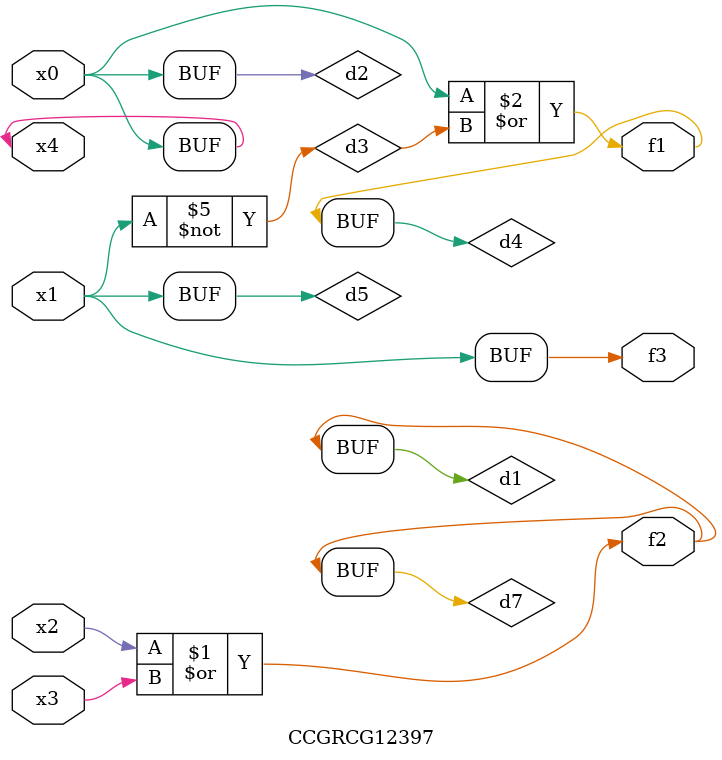
<source format=v>
module CCGRCG12397(
	input x0, x1, x2, x3, x4,
	output f1, f2, f3
);

	wire d1, d2, d3, d4, d5, d6, d7;

	or (d1, x2, x3);
	buf (d2, x0, x4);
	not (d3, x1);
	or (d4, d2, d3);
	not (d5, d3);
	nand (d6, d1, d3);
	or (d7, d1);
	assign f1 = d4;
	assign f2 = d7;
	assign f3 = d5;
endmodule

</source>
